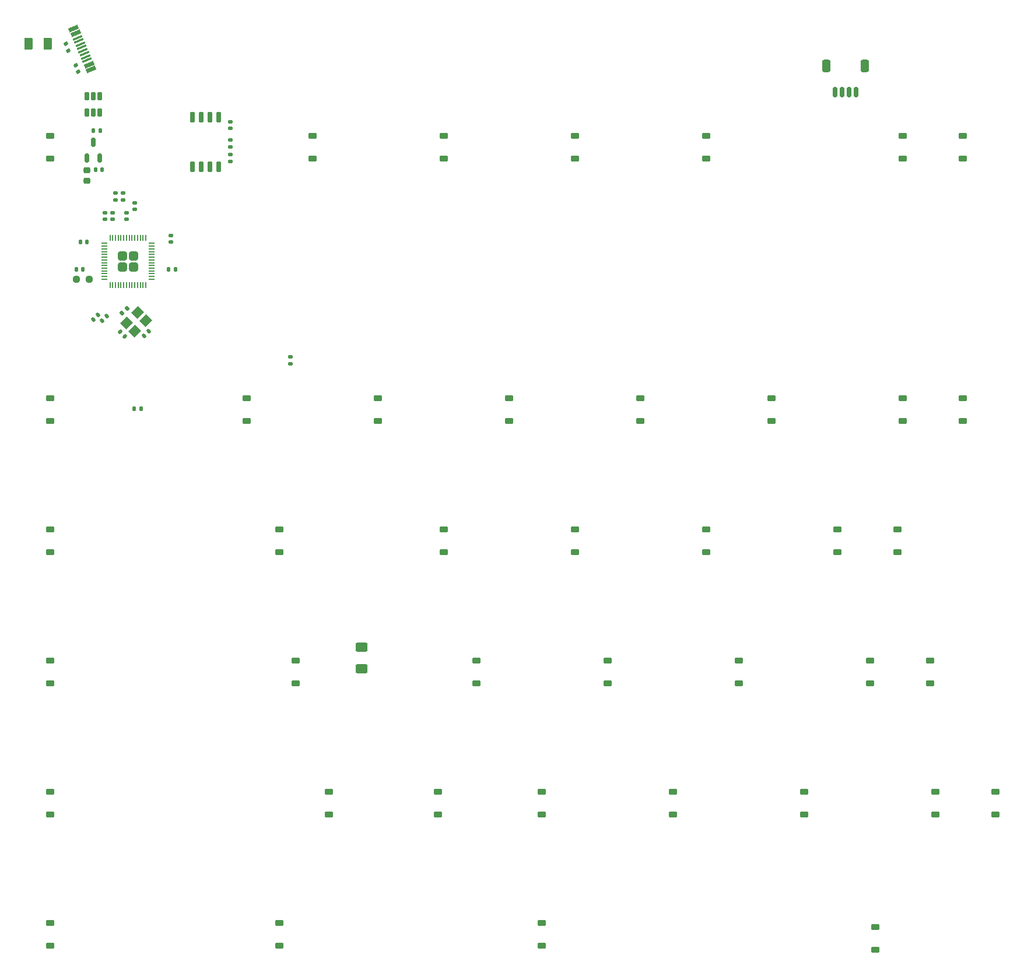
<source format=gbr>
%TF.GenerationSoftware,KiCad,Pcbnew,8.0.2*%
%TF.CreationDate,2024-11-08T18:32:23-08:00*%
%TF.ProjectId,gh80-5000-left,67683830-2d35-4303-9030-2d6c6566742e,rev?*%
%TF.SameCoordinates,Original*%
%TF.FileFunction,Paste,Bot*%
%TF.FilePolarity,Positive*%
%FSLAX46Y46*%
G04 Gerber Fmt 4.6, Leading zero omitted, Abs format (unit mm)*
G04 Created by KiCad (PCBNEW 8.0.2) date 2024-11-08 18:32:23*
%MOMM*%
%LPD*%
G01*
G04 APERTURE LIST*
G04 Aperture macros list*
%AMRoundRect*
0 Rectangle with rounded corners*
0 $1 Rounding radius*
0 $2 $3 $4 $5 $6 $7 $8 $9 X,Y pos of 4 corners*
0 Add a 4 corners polygon primitive as box body*
4,1,4,$2,$3,$4,$5,$6,$7,$8,$9,$2,$3,0*
0 Add four circle primitives for the rounded corners*
1,1,$1+$1,$2,$3*
1,1,$1+$1,$4,$5*
1,1,$1+$1,$6,$7*
1,1,$1+$1,$8,$9*
0 Add four rect primitives between the rounded corners*
20,1,$1+$1,$2,$3,$4,$5,0*
20,1,$1+$1,$4,$5,$6,$7,0*
20,1,$1+$1,$6,$7,$8,$9,0*
20,1,$1+$1,$8,$9,$2,$3,0*%
%AMRotRect*
0 Rectangle, with rotation*
0 The origin of the aperture is its center*
0 $1 length*
0 $2 width*
0 $3 Rotation angle, in degrees counterclockwise*
0 Add horizontal line*
21,1,$1,$2,0,0,$3*%
G04 Aperture macros list end*
%ADD10RotRect,0.600000X1.450000X293.000000*%
%ADD11RotRect,0.300000X1.450000X293.000000*%
%ADD12RoundRect,0.150000X-0.150000X-0.625000X0.150000X-0.625000X0.150000X0.625000X-0.150000X0.625000X0*%
%ADD13RoundRect,0.250000X-0.350000X-0.650000X0.350000X-0.650000X0.350000X0.650000X-0.350000X0.650000X0*%
%ADD14RoundRect,0.225000X0.375000X-0.225000X0.375000X0.225000X-0.375000X0.225000X-0.375000X-0.225000X0*%
%ADD15RoundRect,0.140000X0.170000X-0.140000X0.170000X0.140000X-0.170000X0.140000X-0.170000X-0.140000X0*%
%ADD16RoundRect,0.135000X0.223042X-0.051983X0.117545X0.196553X-0.223042X0.051983X-0.117545X-0.196553X0*%
%ADD17RoundRect,0.249999X0.395001X0.395001X-0.395001X0.395001X-0.395001X-0.395001X0.395001X-0.395001X0*%
%ADD18RoundRect,0.050000X0.387500X0.050000X-0.387500X0.050000X-0.387500X-0.050000X0.387500X-0.050000X0*%
%ADD19RoundRect,0.050000X0.050000X0.387500X-0.050000X0.387500X-0.050000X-0.387500X0.050000X-0.387500X0*%
%ADD20RoundRect,0.140000X0.219203X0.021213X0.021213X0.219203X-0.219203X-0.021213X-0.021213X-0.219203X0*%
%ADD21RoundRect,0.150000X0.150000X-0.650000X0.150000X0.650000X-0.150000X0.650000X-0.150000X-0.650000X0*%
%ADD22RoundRect,0.135000X0.185000X-0.135000X0.185000X0.135000X-0.185000X0.135000X-0.185000X-0.135000X0*%
%ADD23RoundRect,0.140000X0.021213X-0.219203X0.219203X-0.021213X-0.021213X0.219203X-0.219203X0.021213X0*%
%ADD24RoundRect,0.140000X-0.021213X0.219203X-0.219203X0.021213X0.021213X-0.219203X0.219203X-0.021213X0*%
%ADD25RoundRect,0.250000X0.625000X-0.400000X0.625000X0.400000X-0.625000X0.400000X-0.625000X-0.400000X0*%
%ADD26RoundRect,0.135000X-0.185000X0.135000X-0.185000X-0.135000X0.185000X-0.135000X0.185000X0.135000X0*%
%ADD27RoundRect,0.140000X-0.140000X-0.170000X0.140000X-0.170000X0.140000X0.170000X-0.140000X0.170000X0*%
%ADD28RoundRect,0.150000X-0.150000X0.475000X-0.150000X-0.475000X0.150000X-0.475000X0.150000X0.475000X0*%
%ADD29RoundRect,0.225000X-0.250000X0.225000X-0.250000X-0.225000X0.250000X-0.225000X0.250000X0.225000X0*%
%ADD30RoundRect,0.237500X0.250000X0.237500X-0.250000X0.237500X-0.250000X-0.237500X0.250000X-0.237500X0*%
%ADD31RoundRect,0.140000X0.140000X0.170000X-0.140000X0.170000X-0.140000X-0.170000X0.140000X-0.170000X0*%
%ADD32RoundRect,0.150000X0.150000X-0.512500X0.150000X0.512500X-0.150000X0.512500X-0.150000X-0.512500X0*%
%ADD33RoundRect,0.135000X-0.223042X0.051983X-0.117545X-0.196553X0.223042X-0.051983X0.117545X0.196553X0*%
%ADD34RotRect,1.400000X1.200000X45.000000*%
%ADD35RoundRect,0.135000X-0.135000X-0.185000X0.135000X-0.185000X0.135000X0.185000X-0.135000X0.185000X0*%
%ADD36RoundRect,0.250000X0.375000X0.625000X-0.375000X0.625000X-0.375000X-0.625000X0.375000X-0.625000X0*%
%ADD37RoundRect,0.135000X0.035355X-0.226274X0.226274X-0.035355X-0.035355X0.226274X-0.226274X0.035355X0*%
G04 APERTURE END LIST*
D10*
%TO.C,J2*%
X94722165Y-56570058D03*
X95034750Y-57306462D03*
D11*
X95503627Y-58411067D03*
X95894358Y-59331572D03*
X96089724Y-59791825D03*
X96480455Y-60712329D03*
D10*
X96949332Y-61816935D03*
X97261917Y-62553339D03*
X97261917Y-62553339D03*
X96949332Y-61816935D03*
D11*
X96675820Y-61172582D03*
X96285089Y-60252077D03*
X95698993Y-58871320D03*
X95308261Y-57950815D03*
D10*
X95034750Y-57306462D03*
X94722165Y-56570058D03*
%TD*%
D12*
%TO.C,J4*%
X205300000Y-65875000D03*
X206300000Y-65875000D03*
X207300000Y-65875000D03*
X208300000Y-65875000D03*
D13*
X204000000Y-62000000D03*
X209600000Y-62000000D03*
%TD*%
D14*
%TO.C,D12*%
X124618750Y-189768750D03*
X124618750Y-186468750D03*
%TD*%
D15*
%TO.C,C12*%
X102400000Y-84280000D03*
X102400000Y-83320000D03*
%TD*%
D16*
%TO.C,R9*%
X95399273Y-62869457D03*
X95000727Y-61930543D03*
%TD*%
D17*
%TO.C,U1*%
X103400000Y-91200000D03*
X103400000Y-89600000D03*
X101800000Y-91200000D03*
X101800000Y-89600000D03*
D18*
X106037500Y-87800000D03*
X106037500Y-88200000D03*
X106037500Y-88600000D03*
X106037500Y-89000000D03*
X106037500Y-89400000D03*
X106037500Y-89800000D03*
X106037500Y-90200000D03*
X106037500Y-90600000D03*
X106037500Y-91000000D03*
X106037500Y-91400000D03*
X106037500Y-91800000D03*
X106037500Y-92200000D03*
X106037500Y-92600000D03*
X106037500Y-93000000D03*
D19*
X105200000Y-93837500D03*
X104800000Y-93837500D03*
X104400000Y-93837500D03*
X104000000Y-93837500D03*
X103600000Y-93837500D03*
X103200000Y-93837500D03*
X102800000Y-93837500D03*
X102400000Y-93837500D03*
X102000000Y-93837500D03*
X101600000Y-93837500D03*
X101200000Y-93837500D03*
X100800000Y-93837500D03*
X100400000Y-93837500D03*
X100000000Y-93837500D03*
D18*
X99162500Y-93000000D03*
X99162500Y-92600000D03*
X99162500Y-92200000D03*
X99162500Y-91800000D03*
X99162500Y-91400000D03*
X99162500Y-91000000D03*
X99162500Y-90600000D03*
X99162500Y-90200000D03*
X99162500Y-89800000D03*
X99162500Y-89400000D03*
X99162500Y-89000000D03*
X99162500Y-88600000D03*
X99162500Y-88200000D03*
X99162500Y-87800000D03*
D19*
X100000000Y-86962500D03*
X100400000Y-86962500D03*
X100800000Y-86962500D03*
X101200000Y-86962500D03*
X101600000Y-86962500D03*
X102000000Y-86962500D03*
X102400000Y-86962500D03*
X102800000Y-86962500D03*
X103200000Y-86962500D03*
X103600000Y-86962500D03*
X104000000Y-86962500D03*
X104400000Y-86962500D03*
X104800000Y-86962500D03*
X105200000Y-86962500D03*
%TD*%
D20*
%TO.C,C15*%
X102139411Y-101339411D03*
X101460589Y-100660589D03*
%TD*%
D14*
%TO.C,D19*%
X157956250Y-113568750D03*
X157956250Y-110268750D03*
%TD*%
%TO.C,D8*%
X119856250Y-113568750D03*
X119856250Y-110268750D03*
%TD*%
%TO.C,D17*%
X147637500Y-170718750D03*
X147637500Y-167418750D03*
%TD*%
%TO.C,D25*%
X177006250Y-113568750D03*
X177006250Y-110268750D03*
%TD*%
%TO.C,D37*%
X223837500Y-75468750D03*
X223837500Y-72168750D03*
%TD*%
%TO.C,D29*%
X196056250Y-113568750D03*
X196056250Y-110268750D03*
%TD*%
%TO.C,D16*%
X153193750Y-151668750D03*
X153193750Y-148368750D03*
%TD*%
D21*
%TO.C,U2*%
X115805000Y-76700000D03*
X114535000Y-76700000D03*
X113265000Y-76700000D03*
X111995000Y-76700000D03*
X111995000Y-69500000D03*
X113265000Y-69500000D03*
X114535000Y-69500000D03*
X115805000Y-69500000D03*
%TD*%
D22*
%TO.C,R6*%
X117475000Y-75916250D03*
X117475000Y-74896250D03*
%TD*%
D23*
%TO.C,C14*%
X104960589Y-101239411D03*
X105639411Y-100560589D03*
%TD*%
D14*
%TO.C,D26*%
X186531250Y-132618750D03*
X186531250Y-129318750D03*
%TD*%
%TO.C,D23*%
X162718750Y-189768750D03*
X162718750Y-186468750D03*
%TD*%
D15*
%TO.C,C8*%
X117500000Y-71080000D03*
X117500000Y-70120000D03*
%TD*%
D14*
%TO.C,D24*%
X186531250Y-75468750D03*
X186531250Y-72168750D03*
%TD*%
%TO.C,D35*%
X219868750Y-170718750D03*
X219868750Y-167418750D03*
%TD*%
D24*
%TO.C,C10*%
X99539411Y-98360589D03*
X98860589Y-99039411D03*
%TD*%
D14*
%TO.C,D41*%
X228600000Y-170718750D03*
X228600000Y-167418750D03*
%TD*%
%TO.C,D20*%
X167481250Y-132618750D03*
X167481250Y-129318750D03*
%TD*%
%TO.C,D27*%
X191293750Y-151668750D03*
X191293750Y-148368750D03*
%TD*%
D15*
%TO.C,C5*%
X99300000Y-84280000D03*
X99300000Y-83320000D03*
%TD*%
D22*
%TO.C,R4*%
X126206250Y-105285000D03*
X126206250Y-104265000D03*
%TD*%
D25*
%TO.C,R12*%
X136525000Y-149550000D03*
X136525000Y-146450000D03*
%TD*%
D22*
%TO.C,R3*%
X100800000Y-81510000D03*
X100800000Y-80490000D03*
%TD*%
D24*
%TO.C,C3*%
X98239411Y-98160589D03*
X97560589Y-98839411D03*
%TD*%
D14*
%TO.C,D9*%
X124618750Y-132618750D03*
X124618750Y-129318750D03*
%TD*%
%TO.C,D1*%
X91281250Y-75468750D03*
X91281250Y-72168750D03*
%TD*%
%TO.C,D21*%
X172243750Y-151668750D03*
X172243750Y-148368750D03*
%TD*%
D26*
%TO.C,R2*%
X101900000Y-80490000D03*
X101900000Y-81510000D03*
%TD*%
D14*
%TO.C,D15*%
X148431250Y-132618750D03*
X148431250Y-129318750D03*
%TD*%
D27*
%TO.C,C13*%
X108520000Y-91610000D03*
X109480000Y-91610000D03*
%TD*%
D14*
%TO.C,D33*%
X215106250Y-75468750D03*
X215106250Y-72168750D03*
%TD*%
%TO.C,D31*%
X210343750Y-151668750D03*
X210343750Y-148368750D03*
%TD*%
%TO.C,D11*%
X131762500Y-170718750D03*
X131762500Y-167418750D03*
%TD*%
D15*
%TO.C,C1*%
X100400000Y-84280000D03*
X100400000Y-83320000D03*
%TD*%
D28*
%TO.C,U4*%
X96650000Y-66425000D03*
X97600000Y-66425000D03*
X98550000Y-66425000D03*
X98550000Y-68775000D03*
X97600000Y-68775000D03*
X96650000Y-68775000D03*
%TD*%
D14*
%TO.C,D7*%
X129381250Y-75468750D03*
X129381250Y-72168750D03*
%TD*%
D29*
%TO.C,C4*%
X96650000Y-77175000D03*
X96650000Y-78725000D03*
%TD*%
D14*
%TO.C,D30*%
X205581250Y-132618750D03*
X205581250Y-129318750D03*
%TD*%
%TO.C,D39*%
X214312500Y-132618750D03*
X214312500Y-129318750D03*
%TD*%
D30*
%TO.C,R8*%
X96956250Y-93000000D03*
X95131250Y-93000000D03*
%TD*%
D31*
%TO.C,C7*%
X96080000Y-91610000D03*
X95120000Y-91610000D03*
%TD*%
D15*
%TO.C,C16*%
X108874174Y-87605793D03*
X108874174Y-86645793D03*
%TD*%
D32*
%TO.C,U3*%
X98550000Y-75387500D03*
X96650000Y-75387500D03*
X97600000Y-73112500D03*
%TD*%
D33*
%TO.C,R10*%
X93563377Y-58843566D03*
X93961923Y-59782480D03*
%TD*%
D14*
%TO.C,D14*%
X138906250Y-113568750D03*
X138906250Y-110268750D03*
%TD*%
%TO.C,D34*%
X215106250Y-113568750D03*
X215106250Y-110268750D03*
%TD*%
D34*
%TO.C,Y1*%
X102421142Y-99376777D03*
X103976777Y-97821142D03*
X105178858Y-99023223D03*
X103623223Y-100578858D03*
%TD*%
D14*
%TO.C,D10*%
X127000000Y-151668750D03*
X127000000Y-148368750D03*
%TD*%
%TO.C,D36*%
X211137500Y-190362500D03*
X211137500Y-187062500D03*
%TD*%
D35*
%TO.C,R1*%
X103490000Y-111800000D03*
X104510000Y-111800000D03*
%TD*%
D14*
%TO.C,D6*%
X91281250Y-189768750D03*
X91281250Y-186468750D03*
%TD*%
%TO.C,D2*%
X91281250Y-113568750D03*
X91281250Y-110268750D03*
%TD*%
D36*
%TO.C,F1*%
X91000000Y-58800000D03*
X88200000Y-58800000D03*
%TD*%
D14*
%TO.C,D32*%
X200818750Y-170718750D03*
X200818750Y-167418750D03*
%TD*%
D27*
%TO.C,C11*%
X97920000Y-77100000D03*
X98880000Y-77100000D03*
%TD*%
%TO.C,C6*%
X97620000Y-71400000D03*
X98580000Y-71400000D03*
%TD*%
D14*
%TO.C,D38*%
X223837500Y-113568750D03*
X223837500Y-110268750D03*
%TD*%
D15*
%TO.C,C2*%
X103600000Y-82880000D03*
X103600000Y-81920000D03*
%TD*%
D14*
%TO.C,D28*%
X181768750Y-170718750D03*
X181768750Y-167418750D03*
%TD*%
%TO.C,D22*%
X162718750Y-170718750D03*
X162718750Y-167418750D03*
%TD*%
%TO.C,D3*%
X91281250Y-132618750D03*
X91281250Y-129318750D03*
%TD*%
%TO.C,D13*%
X148431250Y-75468750D03*
X148431250Y-72168750D03*
%TD*%
%TO.C,D5*%
X91281250Y-170718750D03*
X91281250Y-167418750D03*
%TD*%
%TO.C,D40*%
X219075000Y-151668750D03*
X219075000Y-148368750D03*
%TD*%
%TO.C,D4*%
X91281250Y-151668750D03*
X91281250Y-148368750D03*
%TD*%
D37*
%TO.C,R7*%
X101739376Y-97960624D03*
X102460624Y-97239376D03*
%TD*%
D22*
%TO.C,R5*%
X117475000Y-73810000D03*
X117475000Y-72790000D03*
%TD*%
D14*
%TO.C,D18*%
X167481250Y-75468750D03*
X167481250Y-72168750D03*
%TD*%
D31*
%TO.C,C9*%
X96680000Y-87590000D03*
X95720000Y-87590000D03*
%TD*%
M02*

</source>
